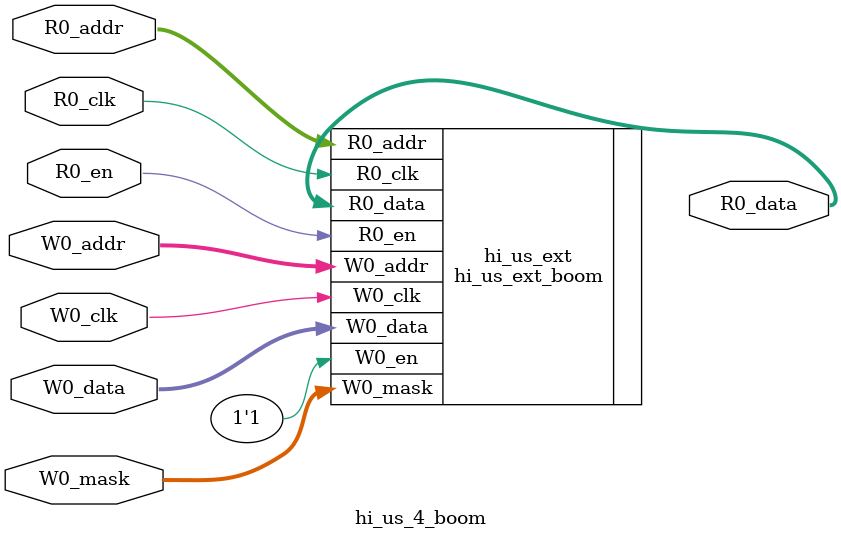
<source format=sv>
`ifndef RANDOMIZE
  `ifdef RANDOMIZE_REG_INIT
    `define RANDOMIZE
  `endif // RANDOMIZE_REG_INIT
`endif // not def RANDOMIZE
`ifndef RANDOMIZE
  `ifdef RANDOMIZE_MEM_INIT
    `define RANDOMIZE
  `endif // RANDOMIZE_MEM_INIT
`endif // not def RANDOMIZE

`ifndef RANDOM
  `define RANDOM $random
`endif // not def RANDOM

// Users can define 'PRINTF_COND' to add an extra gate to prints.
`ifndef PRINTF_COND_
  `ifdef PRINTF_COND
    `define PRINTF_COND_ (`PRINTF_COND)
  `else  // PRINTF_COND
    `define PRINTF_COND_ 1
  `endif // PRINTF_COND
`endif // not def PRINTF_COND_

// Users can define 'ASSERT_VERBOSE_COND' to add an extra gate to assert error printing.
`ifndef ASSERT_VERBOSE_COND_
  `ifdef ASSERT_VERBOSE_COND
    `define ASSERT_VERBOSE_COND_ (`ASSERT_VERBOSE_COND)
  `else  // ASSERT_VERBOSE_COND
    `define ASSERT_VERBOSE_COND_ 1
  `endif // ASSERT_VERBOSE_COND
`endif // not def ASSERT_VERBOSE_COND_

// Users can define 'STOP_COND' to add an extra gate to stop conditions.
`ifndef STOP_COND_
  `ifdef STOP_COND
    `define STOP_COND_ (`STOP_COND)
  `else  // STOP_COND
    `define STOP_COND_ 1
  `endif // STOP_COND
`endif // not def STOP_COND_

// Users can define INIT_RANDOM as general code that gets injected into the
// initializer block for modules with registers.
`ifndef INIT_RANDOM
  `define INIT_RANDOM
`endif // not def INIT_RANDOM

// If using random initialization, you can also define RANDOMIZE_DELAY to
// customize the delay used, otherwise 0.002 is used.
`ifndef RANDOMIZE_DELAY
  `define RANDOMIZE_DELAY 0.002
`endif // not def RANDOMIZE_DELAY

// Define INIT_RANDOM_PROLOG_ for use in our modules below.
`ifndef INIT_RANDOM_PROLOG_
  `ifdef RANDOMIZE
    `ifdef VERILATOR
      `define INIT_RANDOM_PROLOG_ `INIT_RANDOM
    `else  // VERILATOR
      `define INIT_RANDOM_PROLOG_ `INIT_RANDOM #`RANDOMIZE_DELAY begin end
    `endif // VERILATOR
  `else  // RANDOMIZE
    `define INIT_RANDOM_PROLOG_
  `endif // RANDOMIZE
`endif // not def INIT_RANDOM_PROLOG_

module hi_us_4_boom(	// @[tage.scala:89:27]
  input  [6:0] R0_addr,
  input        R0_en,
               R0_clk,
  input  [6:0] W0_addr,
  input        W0_clk,
  input  [3:0] W0_data,
               W0_mask,
  output [3:0] R0_data
);

  hi_us_ext_boom hi_us_ext (	// @[tage.scala:89:27]
    .R0_addr (R0_addr),
    .R0_en   (R0_en),
    .R0_clk  (R0_clk),
    .W0_addr (W0_addr),
    .W0_en   (1'h1),
    .W0_clk  (W0_clk),
    .W0_data (W0_data),
    .W0_mask (W0_mask),
    .R0_data (R0_data)
  );
endmodule


</source>
